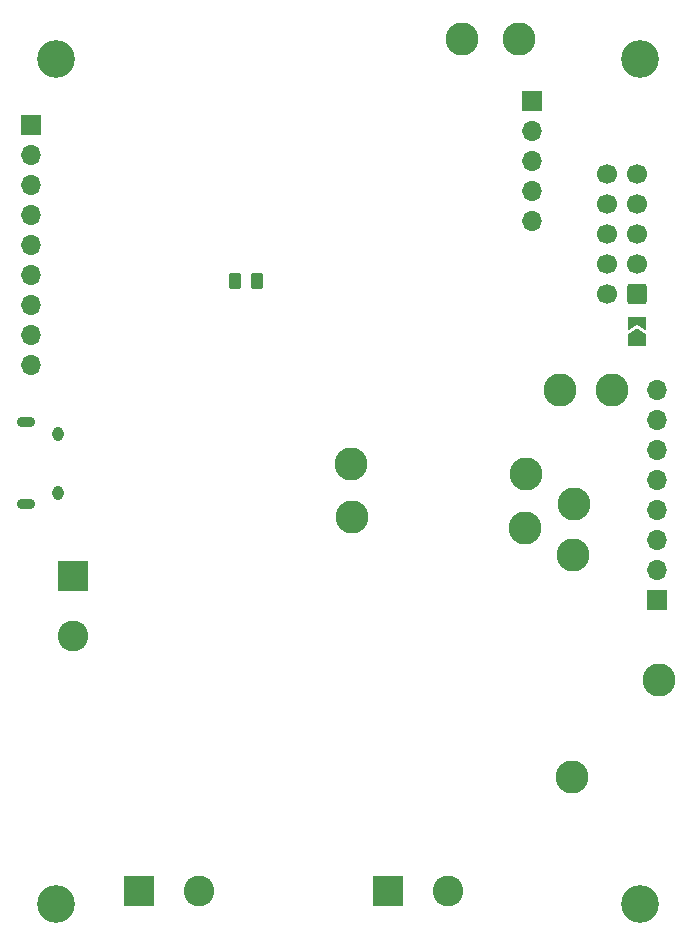
<source format=gbs>
G04 #@! TF.GenerationSoftware,KiCad,Pcbnew,6.0.9-1.fc35*
G04 #@! TF.CreationDate,2023-07-15T13:58:04-04:00*
G04 #@! TF.ProjectId,esp32_example,65737033-325f-4657-9861-6d706c652e6b,rev?*
G04 #@! TF.SameCoordinates,Original*
G04 #@! TF.FileFunction,Soldermask,Bot*
G04 #@! TF.FilePolarity,Negative*
%FSLAX46Y46*%
G04 Gerber Fmt 4.6, Leading zero omitted, Abs format (unit mm)*
G04 Created by KiCad (PCBNEW 6.0.9-1.fc35) date 2023-07-15 13:58:04*
%MOMM*%
%LPD*%
G01*
G04 APERTURE LIST*
G04 Aperture macros list*
%AMRoundRect*
0 Rectangle with rounded corners*
0 $1 Rounding radius*
0 $2 $3 $4 $5 $6 $7 $8 $9 X,Y pos of 4 corners*
0 Add a 4 corners polygon primitive as box body*
4,1,4,$2,$3,$4,$5,$6,$7,$8,$9,$2,$3,0*
0 Add four circle primitives for the rounded corners*
1,1,$1+$1,$2,$3*
1,1,$1+$1,$4,$5*
1,1,$1+$1,$6,$7*
1,1,$1+$1,$8,$9*
0 Add four rect primitives between the rounded corners*
20,1,$1+$1,$2,$3,$4,$5,0*
20,1,$1+$1,$4,$5,$6,$7,0*
20,1,$1+$1,$6,$7,$8,$9,0*
20,1,$1+$1,$8,$9,$2,$3,0*%
%AMFreePoly0*
4,1,6,1.000000,0.000000,0.500000,-0.750000,-0.500000,-0.750000,-0.500000,0.750000,0.500000,0.750000,1.000000,0.000000,1.000000,0.000000,$1*%
%AMFreePoly1*
4,1,6,0.500000,-0.750000,-0.650000,-0.750000,-0.150000,0.000000,-0.650000,0.750000,0.500000,0.750000,0.500000,-0.750000,0.500000,-0.750000,$1*%
G04 Aperture macros list end*
%ADD10C,2.800000*%
%ADD11R,1.700000X1.700000*%
%ADD12O,1.700000X1.700000*%
%ADD13C,3.200000*%
%ADD14R,2.600000X2.600000*%
%ADD15C,2.600000*%
%ADD16O,0.950000X1.250000*%
%ADD17O,1.550000X0.890000*%
%ADD18RoundRect,0.250000X0.600000X0.600000X-0.600000X0.600000X-0.600000X-0.600000X0.600000X-0.600000X0*%
%ADD19C,1.700000*%
%ADD20RoundRect,0.250000X-0.262500X-0.450000X0.262500X-0.450000X0.262500X0.450000X-0.262500X0.450000X0*%
%ADD21FreePoly0,90.000000*%
%ADD22FreePoly1,90.000000*%
G04 APERTURE END LIST*
D10*
X161300000Y-126100000D03*
X160730000Y-89290000D03*
D11*
X119400000Y-96600000D03*
D12*
X119400000Y-99140000D03*
X119400000Y-101680000D03*
X119400000Y-104220000D03*
X119400000Y-106760000D03*
X119400000Y-109300000D03*
X119400000Y-111840000D03*
X119400000Y-114380000D03*
X119400000Y-116920000D03*
D10*
X168555000Y-118995000D03*
X172550000Y-143600000D03*
D11*
X161800000Y-94525000D03*
D12*
X161800000Y-97065000D03*
X161800000Y-99605000D03*
X161800000Y-102145000D03*
X161800000Y-104685000D03*
D10*
X146530000Y-125240000D03*
D13*
X121500000Y-162500000D03*
D10*
X155920000Y-89270000D03*
D14*
X128555000Y-161405000D03*
D15*
X133635000Y-161405000D03*
D11*
X172440000Y-136785000D03*
D12*
X172440000Y-134245000D03*
X172440000Y-131705000D03*
X172440000Y-129165000D03*
X172440000Y-126625000D03*
X172440000Y-124085000D03*
X172440000Y-121545000D03*
X172440000Y-119005000D03*
D16*
X121650000Y-122700000D03*
X121650000Y-127700000D03*
D17*
X118950000Y-128700000D03*
X118950000Y-121700000D03*
D10*
X165400000Y-128700000D03*
D13*
X171000000Y-162500000D03*
X171000000Y-91000000D03*
D18*
X170730000Y-110850000D03*
D19*
X168190000Y-110850000D03*
X170730000Y-108310000D03*
X168190000Y-108310000D03*
X170730000Y-105770000D03*
X168190000Y-105770000D03*
X170730000Y-103230000D03*
X168190000Y-103230000D03*
X170730000Y-100690000D03*
X168190000Y-100690000D03*
D10*
X161200000Y-130700000D03*
X146620000Y-129810000D03*
D14*
X149661800Y-161455000D03*
D15*
X154741800Y-161455000D03*
D14*
X123000000Y-134750000D03*
D15*
X123000000Y-139830000D03*
D10*
X164155000Y-118995000D03*
X165300000Y-133000000D03*
X165200000Y-151750000D03*
D13*
X121500000Y-91000000D03*
D20*
X136697500Y-109810000D03*
X138522500Y-109810000D03*
D21*
X170740000Y-114780000D03*
D22*
X170740000Y-113330000D03*
M02*

</source>
